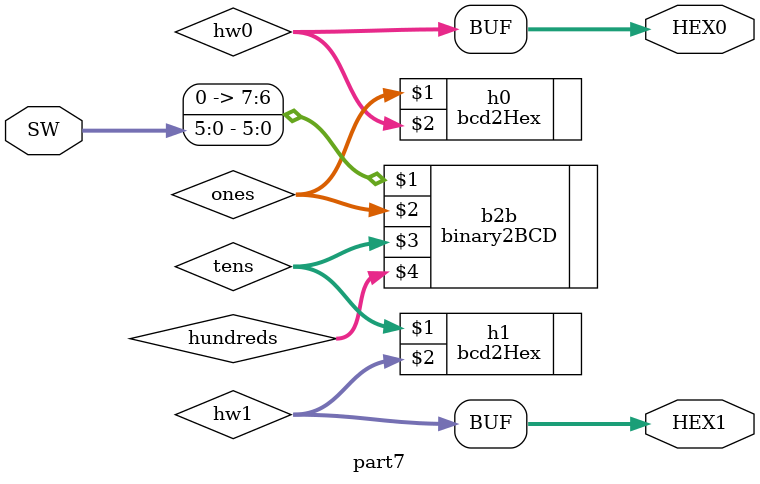
<source format=v>
module part7(SW, HEX0, HEX1);

	input [5:0] SW;
	output [6:0] HEX0, HEX1;
	wire [3:0] ones, tens, hundreds;
	wire [6:0] hw0, hw1;
	
	binary2BCD b2b({2'b00, SW}, ones, tens, hundreds);
	bcd2Hex h0(ones, hw0);
	bcd2Hex h1(tens, hw1);
	
	assign HEX0 = hw0;
	assign HEX1 = hw1;
	
endmodule
</source>
